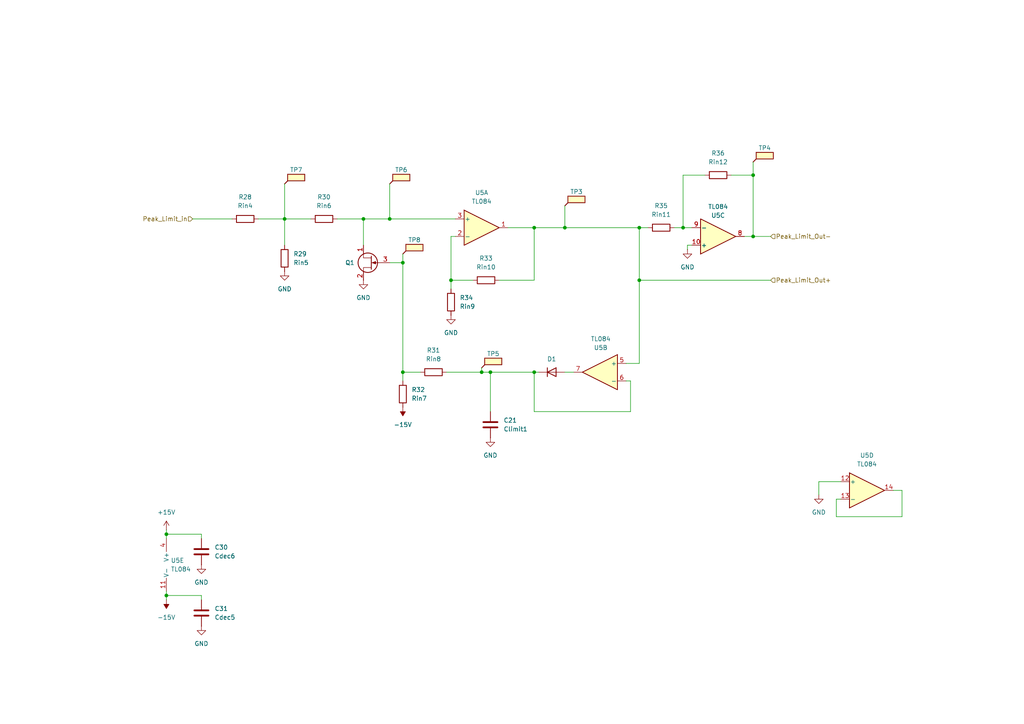
<source format=kicad_sch>
(kicad_sch (version 20231120) (generator "eeschema") (generator_version "8.0")
  (paper "A4")
  (lib_symbols
    (symbol "Amplifier_Operational:TL084" (pin_names (offset 0.127))
      (property "Reference" "U" (at 0 5.08 0))
      (property "Value" "TL084" (at 0 -5.08 0))
      (symbol "TL084_1_1"
        (polyline (pts (xy -5.08 5.08) (xy 5.08 0) (xy -5.08 -5.08) (xy -5.08 5.08)) (stroke (width 0.254)) (fill (type background)))
        (pin output line (at 7.62 0 180) (length 2.54) (name "~") (number "1"))
        (pin input line (at -7.62 -2.54 0) (length 2.54) (name "-") (number "2"))
        (pin input line (at -7.62 2.54 0) (length 2.54) (name "+") (number "3"))
      )
      (symbol "TL084_2_1"
        (polyline (pts (xy -5.08 5.08) (xy 5.08 0) (xy -5.08 -5.08) (xy -5.08 5.08)) (stroke (width 0.254)) (fill (type background)))
        (pin input line (at -7.62 2.54 0) (length 2.54) (name "+") (number "5"))
        (pin input line (at -7.62 -2.54 0) (length 2.54) (name "-") (number "6"))
        (pin output line (at 7.62 0 180) (length 2.54) (name "~") (number "7"))
      )
      (symbol "TL084_3_1"
        (polyline (pts (xy -5.08 5.08) (xy 5.08 0) (xy -5.08 -5.08) (xy -5.08 5.08)) (stroke (width 0.254)) (fill (type background)))
        (pin input line (at -7.62 2.54 0) (length 2.54) (name "+") (number "10"))
        (pin output line (at 7.62 0 180) (length 2.54) (name "~") (number "8"))
        (pin input line (at -7.62 -2.54 0) (length 2.54) (name "-") (number "9"))
      )
      (symbol "TL084_4_1"
        (polyline (pts (xy -5.08 5.08) (xy 5.08 0) (xy -5.08 -5.08) (xy -5.08 5.08)) (stroke (width 0.254)) (fill (type background)))
        (pin input line (at -7.62 2.54 0) (length 2.54) (name "+") (number "12"))
        (pin input line (at -7.62 -2.54 0) (length 2.54) (name "-") (number "13"))
        (pin output line (at 7.62 0 180) (length 2.54) (name "~") (number "14"))
      )
      (symbol "TL084_5_1"
        (pin power_in line (at -2.54 -7.62 90) (length 3.81) (name "V-") (number "11"))
        (pin power_in line (at -2.54 7.62 270) (length 3.81) (name "V+") (number "4"))
      )
    )
    (symbol "Connector:TestPoint_Flag" (pin_numbers hide) (pin_names (offset 0.762) hide)
      (property "Reference" "TP" (at 3.429 1.778 0))
      (property "Value" "TestPoint_Flag" (at 3.302 4.191 0))
      (symbol "TestPoint_Flag_0_1"
        (polyline (pts (xy 0 0) (xy 0.889 0.889)) (stroke (width 0.254)))
        (rectangle (start 0.889 2.794) (end 5.842 0.889) (stroke (width 0.254)) (fill (type background)))
      )
      (symbol "TestPoint_Flag_1_1"
        (pin passive line (at 0 0 90) (length 0) (name "1") (number "1"))
      )
    )
    (symbol "Device:C" (pin_numbers hide) (pin_names (offset 0.254))
      (property "Reference" "C" (at 0.635 2.54 0))
      (property "Value" "C" (at 0.635 -2.54 0))
      (symbol "C_0_1"
        (polyline (pts (xy -2.032 -0.762) (xy 2.032 -0.762)) (stroke (width 0.508)))
        (polyline (pts (xy -2.032 0.762) (xy 2.032 0.762)) (stroke (width 0.508)))
      )
      (symbol "C_1_1"
        (pin passive line (at 0 3.81 270) (length 2.794) (name "~") (number "1"))
        (pin passive line (at 0 -3.81 90) (length 2.794) (name "~") (number "2"))
      )
    )
    (symbol "Device:D" (pin_numbers hide) (pin_names (offset 1.016) hide)
      (property "Reference" "D" (at 0 2.54 0))
      (property "Value" "D" (at 0 -2.54 0))
      (symbol "D_0_1"
        (polyline (pts (xy -1.27 1.27) (xy -1.27 -1.27)) (stroke (width 0.254)))
        (polyline (pts (xy 1.27 0) (xy -1.27 0)))
        (polyline (pts (xy 1.27 1.27) (xy 1.27 -1.27) (xy -1.27 0) (xy 1.27 1.27)) (stroke (width 0.254)))
      )
      (symbol "D_1_1"
        (pin passive line (at -3.81 0 0) (length 2.54) (name "K") (number "1"))
        (pin passive line (at 3.81 0 180) (length 2.54) (name "A") (number "2"))
      )
    )
    (symbol "Device:R" (pin_numbers hide) (pin_names (offset 0))
      (property "Reference" "R" (at 2.032 0 90))
      (property "Value" "R" (at 0 0 90))
      (symbol "R_0_1"
        (rectangle (start -1.016 -2.54) (end 1.016 2.54) (stroke (width 0.254)))
      )
      (symbol "R_1_1"
        (pin passive line (at 0 3.81 270) (length 1.27) (name "~") (number "1"))
        (pin passive line (at 0 -3.81 90) (length 1.27) (name "~") (number "2"))
      )
    )
    (symbol "Transistor_FET:2N3819" (pin_names hide)
      (property "Reference" "Q1" (at 5.08 -0.0001 0))
      (symbol "2N3819_0_1"
        (polyline (pts (xy 0.254 0) (xy -2.54 0)))
        (polyline (pts (xy 0.254 1.905) (xy 0.254 -1.905)) (stroke (width 0.254)))
        (polyline (pts (xy 2.54 -2.54) (xy 2.54 -1.397) (xy 0.254 -1.397)))
        (polyline (pts (xy 2.54 2.54) (xy 2.54 1.397) (xy 0.254 1.397)))
        (polyline (pts (xy 0 0) (xy -1.016 0.381) (xy -1.016 -0.381) (xy 0 0)) (fill (type outline)))
        (circle (center 1.27 0) (radius 2.8194) (stroke (width 0.254)))
      )
      (symbol "2N3819_1_1"
        (pin passive line (at 2.54 -5.08 90) (length 2.54) (name "S") (number "1"))
        (pin passive line (at 2.54 5.08 270) (length 2.54) (name "D") (number "2"))
        (pin input line (at -5.08 0 0) (length 2.54) (name "G") (number "3"))
      )
    )
    (symbol "power:+15V" (power) (pin_numbers hide) (pin_names (offset 0) hide)
      (property "Value" "+15V" (at 0 3.556 0))
      (symbol "+15V_0_1"
        (polyline (pts (xy -0.762 1.27) (xy 0 2.54)))
        (polyline (pts (xy 0 0) (xy 0 2.54)))
        (polyline (pts (xy 0 2.54) (xy 0.762 1.27)))
      )
      (symbol "+15V_1_1"
        (pin power_in line (at 0 0 90) (length 0) (name "~") (number "1"))
      )
    )
    (symbol "power:-15V" (power) (pin_numbers hide) (pin_names (offset 0) hide)
      (property "Value" "-15V" (at 0 3.556 0))
      (symbol "-15V_0_0"
        (pin power_in line (at 0 0 90) (length 0) (name "~") (number "1"))
      )
      (symbol "-15V_0_1"
        (polyline (pts (xy 0 0) (xy 0 1.27) (xy 0.762 1.27) (xy 0 2.54) (xy -0.762 1.27) (xy 0 1.27)) (fill (type outline)))
      )
    )
    (symbol "power:GND" (power) (pin_numbers hide) (pin_names (offset 0) hide)
      (property "Value" "GND" (at 0 -3.81 0))
      (symbol "GND_0_1"
        (polyline (pts (xy 0 0) (xy 0 -1.27) (xy 1.27 -1.27) (xy 0 -2.54) (xy -1.27 -1.27) (xy 0 -1.27)))
      )
      (symbol "GND_1_1"
        (pin power_in line (at 0 0 270) (length 0) (name "~") (number "1"))
      )
    )
  )
  (junction (at 48.26 172.72))
  (junction (at 163.83 66.04))
  (junction (at 185.42 81.28))
  (junction (at 116.84 76.2))
  (junction (at 154.94 107.95))
  (junction (at 82.55 63.5))
  (junction (at 105.41 63.5))
  (junction (at 113.03 63.5))
  (junction (at 218.44 68.58))
  (junction (at 130.81 81.28))
  (junction (at 142.24 107.95))
  (junction (at 198.12 66.04))
  (junction (at 139.7 107.95))
  (junction (at 48.26 154.94))
  (junction (at 116.84 107.95))
  (junction (at 218.44 50.8))
  (junction (at 185.42 66.04))
  (junction (at 154.94 66.04))
  (wire (pts (xy 58.42 172.72) (xy 48.26 172.72)))
  (wire (pts (xy 218.44 50.8) (xy 218.44 68.58)))
  (wire (pts (xy 243.84 144.78) (xy 242.57 144.78)))
  (wire (pts (xy 132.08 68.58) (xy 130.81 68.58)))
  (wire (pts (xy 242.57 144.78) (xy 242.57 149.86)))
  (wire (pts (xy 187.96 66.04) (xy 185.42 66.04)))
  (wire (pts (xy 48.26 172.72) (xy 48.26 171.45)))
  (wire (pts (xy 58.42 173.99) (xy 58.42 172.72)))
  (wire (pts (xy 105.41 63.5) (xy 97.79 63.5)))
  (wire (pts (xy 156.21 107.95) (xy 154.94 107.95)))
  (wire (pts (xy 154.94 81.28) (xy 154.94 66.04)))
  (wire (pts (xy 185.42 66.04) (xy 163.83 66.04)))
  (wire (pts (xy 198.12 66.04) (xy 200.66 66.04)))
  (wire (pts (xy 48.26 153.67) (xy 48.26 154.94)))
  (wire (pts (xy 243.84 139.7) (xy 237.49 139.7)))
  (wire (pts (xy 237.49 139.7) (xy 237.49 143.51)))
  (wire (pts (xy 144.78 81.28) (xy 154.94 81.28)))
  (wire (pts (xy 218.44 46.99) (xy 218.44 50.8)))
  (wire (pts (xy 199.39 72.39) (xy 199.39 71.12)))
  (wire (pts (xy 82.55 53.34) (xy 82.55 63.5)))
  (wire (pts (xy 130.81 83.82) (xy 130.81 81.28)))
  (wire (pts (xy 212.09 50.8) (xy 218.44 50.8)))
  (wire (pts (xy 185.42 105.41) (xy 185.42 81.28)))
  (wire (pts (xy 116.84 107.95) (xy 121.92 107.95)))
  (wire (pts (xy 215.9 68.58) (xy 218.44 68.58)))
  (wire (pts (xy 105.41 63.5) (xy 113.03 63.5)))
  (wire (pts (xy 113.03 63.5) (xy 132.08 63.5)))
  (wire (pts (xy 116.84 107.95) (xy 116.84 110.49)))
  (wire (pts (xy 116.84 76.2) (xy 116.84 107.95)))
  (wire (pts (xy 113.03 53.34) (xy 113.03 63.5)))
  (wire (pts (xy 129.54 107.95) (xy 139.7 107.95)))
  (wire (pts (xy 48.26 154.94) (xy 48.26 156.21)))
  (wire (pts (xy 198.12 50.8) (xy 198.12 66.04)))
  (wire (pts (xy 116.84 73.66) (xy 116.84 76.2)))
  (wire (pts (xy 199.39 71.12) (xy 200.66 71.12)))
  (wire (pts (xy 154.94 119.38) (xy 154.94 107.95)))
  (wire (pts (xy 58.42 154.94) (xy 48.26 154.94)))
  (wire (pts (xy 181.61 110.49) (xy 182.88 110.49)))
  (wire (pts (xy 130.81 68.58) (xy 130.81 81.28)))
  (wire (pts (xy 163.83 59.69) (xy 163.83 66.04)))
  (wire (pts (xy 48.26 173.99) (xy 48.26 172.72)))
  (wire (pts (xy 185.42 81.28) (xy 223.52 81.28)))
  (wire (pts (xy 195.58 66.04) (xy 198.12 66.04)))
  (wire (pts (xy 242.57 149.86) (xy 261.62 149.86)))
  (wire (pts (xy 181.61 105.41) (xy 185.42 105.41)))
  (wire (pts (xy 182.88 119.38) (xy 154.94 119.38)))
  (wire (pts (xy 261.62 142.24) (xy 259.08 142.24)))
  (wire (pts (xy 105.41 71.12) (xy 105.41 63.5)))
  (wire (pts (xy 82.55 63.5) (xy 90.17 63.5)))
  (wire (pts (xy 82.55 71.12) (xy 82.55 63.5)))
  (wire (pts (xy 163.83 66.04) (xy 154.94 66.04)))
  (wire (pts (xy 261.62 149.86) (xy 261.62 142.24)))
  (wire (pts (xy 204.47 50.8) (xy 198.12 50.8)))
  (wire (pts (xy 130.81 81.28) (xy 137.16 81.28)))
  (wire (pts (xy 58.42 156.21) (xy 58.42 154.94)))
  (wire (pts (xy 163.83 107.95) (xy 166.37 107.95)))
  (wire (pts (xy 142.24 107.95) (xy 142.24 119.38)))
  (wire (pts (xy 185.42 81.28) (xy 185.42 66.04)))
  (wire (pts (xy 139.7 106.68) (xy 139.7 107.95)))
  (wire (pts (xy 55.88 63.5) (xy 67.31 63.5)))
  (wire (pts (xy 82.55 63.5) (xy 74.93 63.5)))
  (wire (pts (xy 113.03 76.2) (xy 116.84 76.2)))
  (wire (pts (xy 139.7 107.95) (xy 142.24 107.95)))
  (wire (pts (xy 147.32 66.04) (xy 154.94 66.04)))
  (wire (pts (xy 218.44 68.58) (xy 223.52 68.58)))
  (wire (pts (xy 142.24 107.95) (xy 154.94 107.95)))
  (wire (pts (xy 182.88 110.49) (xy 182.88 119.38)))
  (hierarchical_label "Peak_Limit_in" (shape input) (at 55.88 63.5 180))
  (hierarchical_label "Peak_Limit_Out+" (shape input) (at 223.52 81.28 0))
  (hierarchical_label "Peak_Limit_Out-" (shape input) (at 223.52 68.58 0))
  (symbol (lib_id "power:GND") (at 142.24 127 0) (unit 1)
    (property "Reference" "#PWR038" (effects (hide yes)))
    (property "Value" "GND" (at 142.24 132.08 0))
    (property "Description" "Power symbol creates a global label with name \"GND\" , ground" (effects (hide yes)))
  )
  (symbol (lib_id "Connector:TestPoint_Flag") (at 163.83 59.69 0) (unit 1)
    (property "Reference" "TP3" (at 165.354 55.626 0) (effects (justify left)))
    (property "Value" "TestPoint_Flag" (effects (hide yes)))
    (property "Footprint" "TestPoint:TestPoint_Pad_D1.5mm" (effects (hide yes)))
    (property "Description" "test point (alternative flag-style design)" (effects (hide yes)))
  )
  (symbol (lib_id "power:+15V") (at 48.26 153.67 0) (unit 1)
    (property "Reference" "#PWR061" (effects (hide yes)))
    (property "Value" "+15V" (at 48.26 148.59 0))
    (property "Description" "Power symbol creates a global label with name \"+15V\"" (effects (hide yes)))
  )
  (symbol (lib_id "Connector:TestPoint_Flag") (at 116.84 73.66 0) (unit 1)
    (property "Reference" "TP8" (at 118.364 69.596 0) (effects (justify left)))
    (property "Value" "TestPoint_Flag" (effects (hide yes)))
    (property "Footprint" "TestPoint:TestPoint_Pad_D1.5mm" (effects (hide yes)))
    (property "Description" "test point (alternative flag-style design)" (effects (hide yes)))
  )
  (symbol (lib_id "Connector:TestPoint_Flag") (at 139.7 106.68 0) (unit 1)
    (property "Reference" "TP5" (at 141.224 102.616 0) (effects (justify left)))
    (property "Value" "TestPoint_Flag" (effects (hide yes)))
    (property "Footprint" "TestPoint:TestPoint_Pad_D1.5mm" (effects (hide yes)))
    (property "Description" "test point (alternative flag-style design)" (effects (hide yes)))
  )
  (symbol (lib_id "Device:R") (at 125.73 107.95 90) (unit 1)
    (property "Reference" "R31" (at 125.73 101.6 90))
    (property "Value" "Rin8" (at 125.73 104.14 90))
    (property "Footprint" "Resistor_THT:R_Axial_DIN0207_L6.3mm_D2.5mm_P10.16mm_Horizontal" (effects (hide yes)))
    (property "Description" "Resistor" (effects (hide yes)))
  )
  (symbol (lib_id "Connector:TestPoint_Flag") (at 113.03 53.34 0) (unit 1)
    (property "Reference" "TP6" (at 114.554 49.276 0) (effects (justify left)))
    (property "Value" "TestPoint_Flag" (effects (hide yes)))
    (property "Footprint" "TestPoint:TestPoint_Pad_D1.5mm" (effects (hide yes)))
    (property "Description" "test point (alternative flag-style design)" (effects (hide yes)))
  )
  (symbol (lib_id "power:GND") (at 105.41 81.28 0) (unit 1)
    (property "Reference" "#PWR036" (effects (hide yes)))
    (property "Value" "GND" (at 105.41 86.36 0))
    (property "Description" "Power symbol creates a global label with name \"GND\" , ground" (effects (hide yes)))
  )
  (symbol (lib_id "Device:R") (at 93.98 63.5 90) (unit 1)
    (property "Reference" "R30" (at 93.98 57.15 90))
    (property "Value" "Rin6" (at 93.98 59.69 90))
    (property "Footprint" "Resistor_THT:R_Axial_DIN0207_L6.3mm_D2.5mm_P10.16mm_Horizontal" (effects (hide yes)))
    (property "Description" "Resistor" (effects (hide yes)))
  )
  (symbol (lib_id "power:GND") (at 237.49 143.51 0) (unit 1)
    (property "Reference" "#PWR060" (effects (hide yes)))
    (property "Value" "GND" (at 237.49 148.59 0))
    (property "Description" "Power symbol creates a global label with name \"GND\" , ground" (effects (hide yes)))
  )
  (symbol (lib_id "Device:R") (at 130.81 87.63 180) (unit 1)
    (property "Reference" "R34" (at 133.35 86.3599 0) (effects (justify right)))
    (property "Value" "Rin9" (at 133.35 88.8999 0) (effects (justify right)))
    (property "Footprint" "Resistor_THT:R_Axial_DIN0207_L6.3mm_D2.5mm_P10.16mm_Horizontal" (effects (hide yes)))
    (property "Description" "Resistor" (effects (hide yes)))
  )
  (symbol (lib_id "power:GND") (at 130.81 91.44 0) (unit 1)
    (property "Reference" "#PWR039" (effects (hide yes)))
    (property "Value" "GND" (at 130.81 96.52 0))
    (property "Description" "Power symbol creates a global label with name \"GND\" , ground" (effects (hide yes)))
  )
  (symbol (lib_id "Device:R") (at 116.84 114.3 180) (unit 1)
    (property "Reference" "R32" (at 119.38 113.0299 0) (effects (justify right)))
    (property "Value" "Rin7" (at 119.38 115.5699 0) (effects (justify right)))
    (property "Footprint" "Resistor_THT:R_Axial_DIN0207_L6.3mm_D2.5mm_P10.16mm_Horizontal" (effects (hide yes)))
    (property "Description" "Resistor" (effects (hide yes)))
  )
  (symbol (lib_id "Amplifier_Operational:TL084") (at 50.8 163.83 0) (unit 5)
    (property "Reference" "U5" (at 49.53 162.5599 0) (effects (justify left)))
    (property "Value" "TL084" (at 49.53 165.0999 0) (effects (justify left)))
    (property "Footprint" "Package_DIP:CERDIP-14_W7.62mm_SideBrazed_LongPads_Socket" (effects (hide yes)))
    (property "Datasheet" "http://www.ti.com/lit/ds/symlink/tl081.pdf" (effects (hide yes)))
    (property "Description" "Quad JFET-Input Operational Amplifiers, DIP-14/SOIC-14/SSOP-14" (effects (hide yes)))
  )
  (symbol (lib_id "Device:D") (at 160.02 107.95 0) (unit 1)
    (property "Reference" "D1" (at 160.02 104.14 0))
    (property "Value" "D" (effects (hide yes)))
    (property "Footprint" "Diode_THT:D_DO-34_SOD68_P7.62mm_Horizontal" (effects (hide yes)))
    (property "Description" "Diode" (effects (hide yes)))
    (property "Sim.Device" "D" (effects (hide yes)))
    (property "Sim.Pins" "1=K 2=A" (effects (hide yes)))
  )
  (symbol (lib_id "Device:R") (at 140.97 81.28 90) (unit 1)
    (property "Reference" "R33" (at 140.97 74.93 90))
    (property "Value" "Rin10" (at 140.97 77.47 90))
    (property "Footprint" "Resistor_THT:R_Axial_DIN0207_L6.3mm_D2.5mm_P10.16mm_Horizontal" (effects (hide yes)))
    (property "Description" "Resistor" (effects (hide yes)))
  )
  (symbol (lib_id "Connector:TestPoint_Flag") (at 218.44 46.99 0) (unit 1)
    (property "Reference" "TP4" (at 219.964 42.926 0) (effects (justify left)))
    (property "Value" "TestPoint_Flag" (effects (hide yes)))
    (property "Footprint" "TestPoint:TestPoint_Pad_D1.5mm" (effects (hide yes)))
    (property "Description" "test point (alternative flag-style design)" (effects (hide yes)))
  )
  (symbol (lib_id "Device:C") (at 58.42 160.02 0) (unit 1)
    (property "Reference" "C30" (at 62.23 158.7499 0) (effects (justify left)))
    (property "Value" "Cdec6" (at 62.23 161.2899 0) (effects (justify left)))
    (property "Footprint" "Capacitor_THT:C_Disc_D3.0mm_W1.6mm_P2.50mm" (effects (hide yes)))
    (property "Description" "Unpolarized capacitor" (effects (hide yes)))
  )
  (symbol (lib_id "Amplifier_Operational:TL084") (at 173.99 107.95 0) (mirror y) (unit 2)
    (property "Reference" "U5" (at 174.244 100.838 0))
    (property "Value" "TL084" (at 174.244 98.298 0))
    (property "Footprint" "Package_DIP:CERDIP-14_W7.62mm_SideBrazed_LongPads_Socket" (effects (hide yes)))
    (property "Datasheet" "http://www.ti.com/lit/ds/symlink/tl081.pdf" (effects (hide yes)))
    (property "Description" "Quad JFET-Input Operational Amplifiers, DIP-14/SOIC-14/SSOP-14" (effects (hide yes)))
  )
  (symbol (lib_id "Amplifier_Operational:TL084") (at 251.46 142.24 0) (unit 4)
    (property "Reference" "U5" (at 251.46 132.08 0))
    (property "Value" "TL084" (at 251.46 134.62 0))
    (property "Footprint" "Package_DIP:CERDIP-14_W7.62mm_SideBrazed_LongPads_Socket" (effects (hide yes)))
    (property "Datasheet" "http://www.ti.com/lit/ds/symlink/tl081.pdf" (effects (hide yes)))
    (property "Description" "Quad JFET-Input Operational Amplifiers, DIP-14/SOIC-14/SSOP-14" (effects (hide yes)))
  )
  (symbol (lib_id "Connector:TestPoint_Flag") (at 82.55 53.34 0) (unit 1)
    (property "Reference" "TP7" (at 84.074 49.276 0) (effects (justify left)))
    (property "Value" "TestPoint_Flag" (effects (hide yes)))
    (property "Footprint" "TestPoint:TestPoint_Pad_D1.5mm" (effects (hide yes)))
    (property "Description" "test point (alternative flag-style design)" (effects (hide yes)))
  )
  (symbol (lib_id "power:-15V") (at 116.84 118.11 180) (unit 1)
    (property "Reference" "#PWR037" (effects (hide yes)))
    (property "Value" "-15V" (at 116.84 123.19 0))
    (property "Description" "Power symbol creates a global label with name \"-15V\"" (effects (hide yes)))
  )
  (symbol (lib_id "power:GND") (at 58.42 163.83 0) (unit 1)
    (property "Reference" "#PWR041" (effects (hide yes)))
    (property "Value" "GND" (at 58.42 168.91 0))
    (property "Description" "Power symbol creates a global label with name \"GND\" , ground" (effects (hide yes)))
  )
  (symbol (lib_id "power:GND") (at 58.42 181.61 0) (unit 1)
    (property "Reference" "#PWR063" (effects (hide yes)))
    (property "Value" "GND" (at 58.42 186.69 0))
    (property "Description" "Power symbol creates a global label with name \"GND\" , ground" (effects (hide yes)))
  )
  (symbol (lib_id "power:GND") (at 82.55 78.74 0) (unit 1)
    (property "Reference" "#PWR035" (effects (hide yes)))
    (property "Value" "GND" (at 82.55 83.82 0))
    (property "Description" "Power symbol creates a global label with name \"GND\" , ground" (effects (hide yes)))
  )
  (symbol (lib_id "power:-15V") (at 48.26 173.99 180) (unit 1)
    (property "Reference" "#PWR062" (effects (hide yes)))
    (property "Value" "-15V" (at 48.26 179.07 0))
    (property "Description" "Power symbol creates a global label with name \"-15V\"" (effects (hide yes)))
  )
  (symbol (lib_id "Transistor_FET:2N3819") (at 107.95 76.2 180) (unit 1)
    (property "Reference" "Q1" (at 102.87 76.1999 0) (effects (justify left)))
    (property "Value" "2N3819" (effects (hide yes)))
    (property "Footprint" "Package_TO_SOT_THT:TO-92_Inline" (effects (hide yes)))
    (property "Datasheet" "https://my.centralsemi.com/datasheets/2N3819.PDF" (effects (hide yes)))
    (property "Description" "20mA Id, 25V Vgs, N-Channel JFET Transistor, TO-92" (effects (hide yes)))
  )
  (symbol (lib_id "Device:R") (at 82.55 74.93 180) (unit 1)
    (property "Reference" "R29" (at 85.09 73.6599 0) (effects (justify right)))
    (property "Value" "Rin5" (at 85.09 76.1999 0) (effects (justify right)))
    (property "Footprint" "Resistor_THT:R_Axial_DIN0207_L6.3mm_D2.5mm_P10.16mm_Horizontal" (effects (hide yes)))
    (property "Description" "Resistor" (effects (hide yes)))
  )
  (symbol (lib_id "Device:R") (at 71.12 63.5 90) (unit 1)
    (property "Reference" "R28" (at 71.12 57.15 90))
    (property "Value" "Rin4" (at 71.12 59.69 90))
    (property "Footprint" "Resistor_THT:R_Axial_DIN0207_L6.3mm_D2.5mm_P10.16mm_Horizontal" (effects (hide yes)))
    (property "Description" "Resistor" (effects (hide yes)))
  )
  (symbol (lib_id "Device:R") (at 208.28 50.8 90) (unit 1)
    (property "Reference" "R36" (at 208.28 44.45 90))
    (property "Value" "Rin12" (at 208.28 46.99 90))
    (property "Footprint" "Resistor_THT:R_Axial_DIN0207_L6.3mm_D2.5mm_P10.16mm_Horizontal" (effects (hide yes)))
    (property "Description" "Resistor" (effects (hide yes)))
  )
  (symbol (lib_id "power:GND") (at 199.39 72.39 0) (unit 1)
    (property "Reference" "#PWR040" (effects (hide yes)))
    (property "Value" "GND" (at 199.39 77.47 0))
    (property "Description" "Power symbol creates a global label with name \"GND\" , ground" (effects (hide yes)))
  )
  (symbol (lib_id "Device:R") (at 191.77 66.04 90) (unit 1)
    (property "Reference" "R35" (at 191.77 59.69 90))
    (property "Value" "Rin11" (at 191.77 62.23 90))
    (property "Footprint" "Resistor_THT:R_Axial_DIN0207_L6.3mm_D2.5mm_P10.16mm_Horizontal" (effects (hide yes)))
    (property "Description" "Resistor" (effects (hide yes)))
  )
  (symbol (lib_id "Amplifier_Operational:TL084") (at 139.7 66.04 0) (unit 1)
    (property "Reference" "U5" (at 139.7 55.88 0))
    (property "Value" "TL084" (at 139.7 58.42 0))
    (property "Footprint" "Package_DIP:CERDIP-14_W7.62mm_SideBrazed_LongPads_Socket" (effects (hide yes)))
    (property "Datasheet" "http://www.ti.com/lit/ds/symlink/tl081.pdf" (effects (hide yes)))
    (property "Description" "Quad JFET-Input Operational Amplifiers, DIP-14/SOIC-14/SSOP-14" (effects (hide yes)))
  )
  (symbol (lib_id "Amplifier_Operational:TL084") (at 208.28 68.58 0) (mirror x) (unit 3)
    (property "Reference" "U5" (at 208.28 62.484 0))
    (property "Value" "TL084" (at 208.28 59.944 0))
    (property "Footprint" "Package_DIP:CERDIP-14_W7.62mm_SideBrazed_LongPads_Socket" (effects (hide yes)))
    (property "Datasheet" "http://www.ti.com/lit/ds/symlink/tl081.pdf" (effects (hide yes)))
    (property "Description" "Quad JFET-Input Operational Amplifiers, DIP-14/SOIC-14/SSOP-14" (effects (hide yes)))
  )
  (symbol (lib_id "Device:C") (at 58.42 177.8 0) (unit 1)
    (property "Reference" "C31" (at 62.23 176.5299 0) (effects (justify left)))
    (property "Value" "Cdec5" (at 62.23 179.0699 0) (effects (justify left)))
    (property "Footprint" "Capacitor_THT:C_Disc_D3.0mm_W1.6mm_P2.50mm" (effects (hide yes)))
    (property "Description" "Unpolarized capacitor" (effects (hide yes)))
  )
  (symbol (lib_id "Device:C") (at 142.24 123.19 0) (unit 1)
    (property "Reference" "C21" (at 146.05 121.9199 0) (effects (justify left)))
    (property "Value" "Climit1" (at 146.05 124.4599 0) (effects (justify left)))
    (property "Footprint" "Capacitor_THT:C_Disc_D3.0mm_W1.6mm_P2.50mm" (effects (hide yes)))
    (property "Description" "Unpolarized capacitor" (effects (hide yes)))
  )
)
</source>
